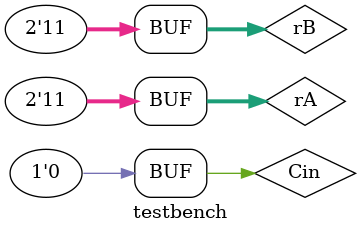
<source format=v>


module soma(
    input A,
    input B,
    input Cin,
    output S,
    output Cout
);

reg s_temp;
reg cout_temp;

wire [2:0] temp = {Cin, A, B};


always @(temp) begin
  case (temp)
    0: begin
	s_temp = 0; 
	cout_temp = 0; 
    end
    1: begin
	s_temp = 1; 
	cout_temp = 0; 
    end
    2: begin
	s_temp = 1; 
	cout_temp = 0; 
    end
    3: begin
	s_temp = 0; 
	cout_temp = 1; 
    end
    4: begin
	s_temp = 1; 
	cout_temp = 0; 
    end
    5: begin
	s_temp = 0; 
	cout_temp = 1; 
    end
    6: begin
	s_temp = 0; 
	cout_temp = 1; 
    end
    7: begin
	s_temp = 1; 
	cout_temp = 1; 
    end
  endcase
end

assign S = s_temp;
assign Cout = cout_temp;

endmodule


module testbench;

reg [1:0] rA;
reg [1:0] rB;
reg Cin;

wire [1:0] S;
wire [1:0] Cout;

soma X1(rA[0], rB[0], Cin, S[0], Cout[0]);
soma X2(rA[1], rB[1], Cout[0], S[1], Cout[1]);

initial begin
$dumpvars;
Cin = 0;

rA = 0; rB = 0; #2;
rA = 0; rB = 1; #2;
rA = 0; rB = 2; #2;
rA = 0; rB = 3; #2;
rA = 1; rB = 0; #2;
rA = 1; rB = 1; #2;
rA = 1; rB = 2; #2;
rA = 1; rB = 3; #2;
rA = 2; rB = 0; #2;
rA = 2; rB = 1; #2;
rA = 2; rB = 2; #2;
rA = 2; rB = 3; #2;
rA = 3; rB = 0; #2;
rA = 3; rB = 1; #2;
rA = 3; rB = 2; #2;
rA = 3; rB = 3; #2;


end

endmodule




</source>
